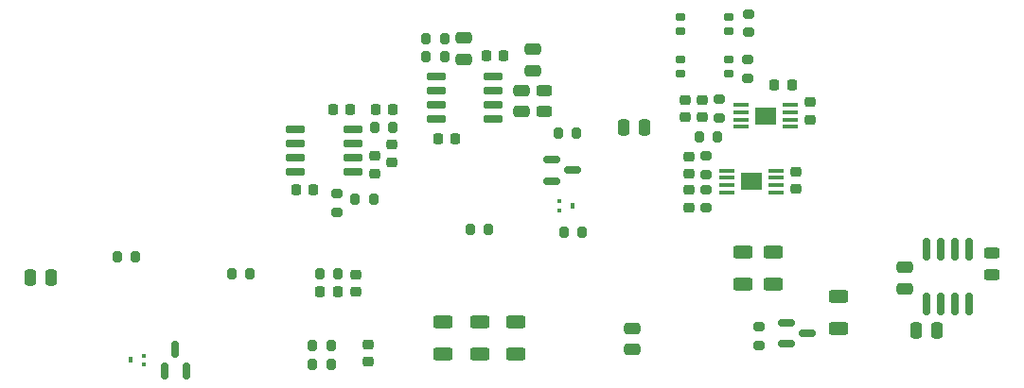
<source format=gtp>
%TF.GenerationSoftware,KiCad,Pcbnew,7.0.5-7.0.5~ubuntu23.04.1*%
%TF.CreationDate,2023-07-09T19:19:44+02:00*%
%TF.ProjectId,omega-pico,6f6d6567-612d-4706-9963-6f2e6b696361,rev?*%
%TF.SameCoordinates,Original*%
%TF.FileFunction,Paste,Top*%
%TF.FilePolarity,Positive*%
%FSLAX46Y46*%
G04 Gerber Fmt 4.6, Leading zero omitted, Abs format (unit mm)*
G04 Created by KiCad (PCBNEW 7.0.5-7.0.5~ubuntu23.04.1) date 2023-07-09 19:19:44*
%MOMM*%
%LPD*%
G01*
G04 APERTURE LIST*
G04 Aperture macros list*
%AMRoundRect*
0 Rectangle with rounded corners*
0 $1 Rounding radius*
0 $2 $3 $4 $5 $6 $7 $8 $9 X,Y pos of 4 corners*
0 Add a 4 corners polygon primitive as box body*
4,1,4,$2,$3,$4,$5,$6,$7,$8,$9,$2,$3,0*
0 Add four circle primitives for the rounded corners*
1,1,$1+$1,$2,$3*
1,1,$1+$1,$4,$5*
1,1,$1+$1,$6,$7*
1,1,$1+$1,$8,$9*
0 Add four rect primitives between the rounded corners*
20,1,$1+$1,$2,$3,$4,$5,0*
20,1,$1+$1,$4,$5,$6,$7,0*
20,1,$1+$1,$6,$7,$8,$9,0*
20,1,$1+$1,$8,$9,$2,$3,0*%
G04 Aperture macros list end*
%ADD10RoundRect,0.250000X-0.625000X0.312500X-0.625000X-0.312500X0.625000X-0.312500X0.625000X0.312500X0*%
%ADD11R,1.400000X0.450000*%
%ADD12R,1.890000X1.570000*%
%ADD13RoundRect,0.250000X0.250000X0.475000X-0.250000X0.475000X-0.250000X-0.475000X0.250000X-0.475000X0*%
%ADD14RoundRect,0.225000X0.225000X0.250000X-0.225000X0.250000X-0.225000X-0.250000X0.225000X-0.250000X0*%
%ADD15RoundRect,0.150000X-0.587500X-0.150000X0.587500X-0.150000X0.587500X0.150000X-0.587500X0.150000X0*%
%ADD16RoundRect,0.200000X-0.200000X-0.275000X0.200000X-0.275000X0.200000X0.275000X-0.200000X0.275000X0*%
%ADD17RoundRect,0.200000X0.275000X-0.200000X0.275000X0.200000X-0.275000X0.200000X-0.275000X-0.200000X0*%
%ADD18RoundRect,0.150000X0.150000X-0.587500X0.150000X0.587500X-0.150000X0.587500X-0.150000X-0.587500X0*%
%ADD19RoundRect,0.225000X-0.250000X0.225000X-0.250000X-0.225000X0.250000X-0.225000X0.250000X0.225000X0*%
%ADD20RoundRect,0.243750X0.456250X-0.243750X0.456250X0.243750X-0.456250X0.243750X-0.456250X-0.243750X0*%
%ADD21RoundRect,0.150000X0.725000X0.150000X-0.725000X0.150000X-0.725000X-0.150000X0.725000X-0.150000X0*%
%ADD22RoundRect,0.225000X-0.225000X-0.250000X0.225000X-0.250000X0.225000X0.250000X-0.225000X0.250000X0*%
%ADD23RoundRect,0.150000X-0.725000X-0.150000X0.725000X-0.150000X0.725000X0.150000X-0.725000X0.150000X0*%
%ADD24RoundRect,0.150000X0.150000X-0.825000X0.150000X0.825000X-0.150000X0.825000X-0.150000X-0.825000X0*%
%ADD25RoundRect,0.200000X0.200000X0.275000X-0.200000X0.275000X-0.200000X-0.275000X0.200000X-0.275000X0*%
%ADD26RoundRect,0.250000X-0.475000X0.250000X-0.475000X-0.250000X0.475000X-0.250000X0.475000X0.250000X0*%
%ADD27RoundRect,0.225000X0.250000X-0.225000X0.250000X0.225000X-0.250000X0.225000X-0.250000X-0.225000X0*%
%ADD28RoundRect,0.250000X-0.250000X-0.475000X0.250000X-0.475000X0.250000X0.475000X-0.250000X0.475000X0*%
%ADD29RoundRect,0.175000X0.275000X0.175000X-0.275000X0.175000X-0.275000X-0.175000X0.275000X-0.175000X0*%
%ADD30RoundRect,0.250000X0.475000X-0.250000X0.475000X0.250000X-0.475000X0.250000X-0.475000X-0.250000X0*%
%ADD31R,0.450000X0.400000*%
%ADD32R,0.450000X0.500000*%
%ADD33RoundRect,0.243750X-0.456250X0.243750X-0.456250X-0.243750X0.456250X-0.243750X0.456250X0.243750X0*%
G04 APERTURE END LIST*
D10*
X114578000Y-100072000D03*
X114578000Y-102997000D03*
X121158000Y-100072000D03*
X121158000Y-102997000D03*
D11*
X140040000Y-86515000D03*
X140040000Y-87165000D03*
X140040000Y-87815000D03*
X140040000Y-88465000D03*
X144440000Y-88465000D03*
X144440000Y-87815000D03*
X144440000Y-87165000D03*
X144440000Y-86515000D03*
D12*
X142240000Y-87490000D03*
D11*
X141254812Y-80640400D03*
X141254812Y-81290400D03*
X141254812Y-81940400D03*
X141254812Y-82590400D03*
X145654812Y-82590400D03*
X145654812Y-81940400D03*
X145654812Y-81290400D03*
X145654812Y-80640400D03*
D12*
X143454812Y-81615400D03*
D13*
X156911000Y-100838000D03*
X158811000Y-100838000D03*
D14*
X145809000Y-78867000D03*
X144259000Y-78867000D03*
D15*
X124363000Y-85537000D03*
X124363000Y-87437000D03*
X126238000Y-86487000D03*
D16*
X85471000Y-94234000D03*
X87121000Y-94234000D03*
D17*
X141859000Y-78218670D03*
X141859000Y-76568670D03*
D18*
X89728000Y-104442500D03*
X91628000Y-104442500D03*
X90678000Y-102567500D03*
D19*
X136652000Y-88252000D03*
X136652000Y-89802000D03*
D20*
X123663000Y-81201500D03*
X123663000Y-79326500D03*
D21*
X106553000Y-86614000D03*
X106553000Y-85344000D03*
X106553000Y-84074000D03*
X106553000Y-82804000D03*
X101403000Y-82804000D03*
X101403000Y-84074000D03*
X101403000Y-85344000D03*
X101403000Y-86614000D03*
D13*
X79563000Y-96139000D03*
X77663000Y-96139000D03*
D10*
X141478000Y-93787500D03*
X141478000Y-96712500D03*
D22*
X108572000Y-81026000D03*
X110122000Y-81026000D03*
D14*
X106312000Y-81026000D03*
X104762000Y-81026000D03*
D23*
X119126000Y-78105000D03*
X119126000Y-79375000D03*
X119126000Y-80645000D03*
X119126000Y-81915000D03*
X113976000Y-81915000D03*
X113976000Y-80645000D03*
X113976000Y-79375000D03*
X113976000Y-78105000D03*
D24*
X157861000Y-98487000D03*
X159131000Y-98487000D03*
X160401000Y-98487000D03*
X161671000Y-98487000D03*
X161671000Y-93537000D03*
X160401000Y-93537000D03*
X159131000Y-93537000D03*
X157861000Y-93537000D03*
D16*
X124905000Y-83185000D03*
X126555000Y-83185000D03*
D19*
X137825812Y-80162400D03*
X137825812Y-81712400D03*
D25*
X139158812Y-83477400D03*
X137508812Y-83477400D03*
D19*
X136652000Y-85237000D03*
X136652000Y-86787000D03*
D26*
X131572000Y-100650000D03*
X131572000Y-102550000D03*
D22*
X101460000Y-88265000D03*
X103010000Y-88265000D03*
D27*
X147447000Y-81928000D03*
X147447000Y-80378000D03*
D22*
X103619000Y-97409000D03*
X105169000Y-97409000D03*
D14*
X120015000Y-76200000D03*
X118465000Y-76200000D03*
D28*
X130749000Y-82677000D03*
X132649000Y-82677000D03*
D29*
X140208000Y-74041000D03*
X140208000Y-72771000D03*
X135858000Y-72771000D03*
X135858000Y-74041000D03*
D10*
X149987000Y-97786000D03*
X149987000Y-100711000D03*
D16*
X95695000Y-95758000D03*
X97345000Y-95758000D03*
D10*
X117868000Y-100072000D03*
X117868000Y-102997000D03*
D27*
X146177000Y-88138000D03*
X146177000Y-86588000D03*
D30*
X122682000Y-77531000D03*
X122682000Y-75631000D03*
D16*
X108487000Y-82677000D03*
X110137000Y-82677000D03*
D10*
X144145000Y-93787500D03*
X144145000Y-96712500D03*
D25*
X114744000Y-74676000D03*
X113094000Y-74676000D03*
D31*
X87824000Y-103905000D03*
X87824000Y-103105000D03*
D32*
X86674000Y-103505000D03*
D19*
X108550000Y-85204000D03*
X108550000Y-86754000D03*
D17*
X142875000Y-102167000D03*
X142875000Y-100517000D03*
X105156000Y-90233000D03*
X105156000Y-88583000D03*
D31*
X125028000Y-89262000D03*
X125028000Y-90062000D03*
D32*
X126178000Y-89662000D03*
D19*
X136301812Y-80162400D03*
X136301812Y-81712400D03*
D16*
X102934000Y-103886000D03*
X104584000Y-103886000D03*
D26*
X116459000Y-74615000D03*
X116459000Y-76515000D03*
X155956000Y-95189000D03*
X155956000Y-97089000D03*
D15*
X145318000Y-100138000D03*
X145318000Y-102038000D03*
X147193000Y-101088000D03*
D29*
X140208000Y-77851000D03*
X140208000Y-76581000D03*
X135858000Y-76581000D03*
X135858000Y-77851000D03*
D27*
X110074000Y-85751000D03*
X110074000Y-84201000D03*
D17*
X138176000Y-89852000D03*
X138176000Y-88202000D03*
D16*
X106744000Y-89033500D03*
X108394000Y-89033500D03*
X125413000Y-92075000D03*
X127063000Y-92075000D03*
X117031000Y-91821000D03*
X118681000Y-91821000D03*
D25*
X114744000Y-76327000D03*
X113094000Y-76327000D03*
D30*
X121631000Y-81214000D03*
X121631000Y-79314000D03*
D27*
X107950000Y-103645000D03*
X107950000Y-102095000D03*
D17*
X138176000Y-86837000D03*
X138176000Y-85187000D03*
D25*
X105219000Y-95758000D03*
X103569000Y-95758000D03*
D33*
X163703000Y-93931500D03*
X163703000Y-95806500D03*
D27*
X106807000Y-97409000D03*
X106807000Y-95859000D03*
D16*
X102934000Y-102235000D03*
X104584000Y-102235000D03*
D17*
X139349812Y-81762400D03*
X139349812Y-80112400D03*
X141986000Y-74104000D03*
X141986000Y-72454000D03*
D22*
X114160000Y-83693000D03*
X115710000Y-83693000D03*
M02*

</source>
